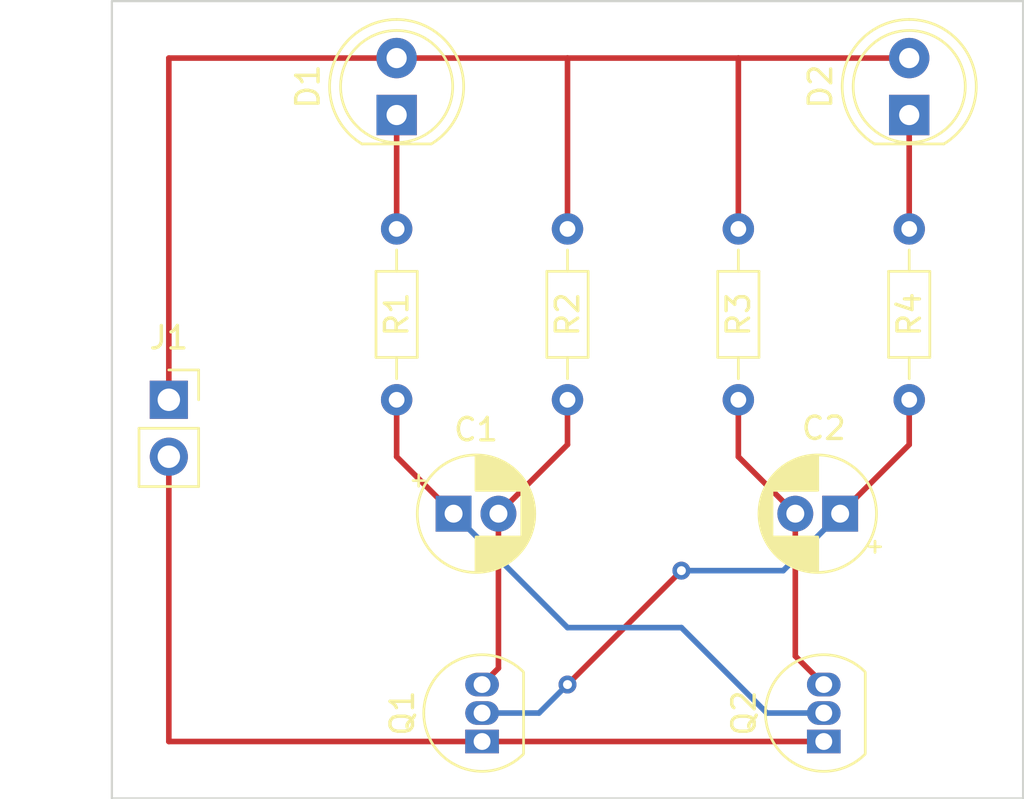
<source format=kicad_pcb>
(kicad_pcb (version 20221018) (generator pcbnew)
  (layers (0 "F.Cu" signal) (31 "B.Cu" signal) (34 "B.Paste" user) (35 "F.Paste" user) (36 "B.SilkS" user "B.Silkscreen") (37 "F.SilkS" user "F.Silkscreen") (38 "B.Mask" user) (39 "F.Mask" user) (44 "Edge.Cuts" user))
  (net 0 "")
  (net 1 "Net-(Q2-C)")
  (net 2 "Net-(Q1-B)")
  (net 3 "Net-(Q1-C)")
  (net 4 "Net-(Q2-B)")
  (net 5 "Net-(D1-K)")
  (net 6 "VCC")
  (net 7 "Net-(D2-K)")
  (net 8 "GND")
  (footprint "Resistor_THT:R_Axial_DIN0204_L3.6mm_D1.6mm_P7.62mm_Horizontal" (layer "F.Cu") (at 160.02 93.98 -90)
    (fp_text reference "R4" (at 3.81 0 90) (layer "F.SilkS"))
    (fp_text value "R")
    (fp_line (start 0.94 0) (end 1.89 0) (stroke (width 0.12)) (layer "F.SilkS"))
    (fp_line (start 1.89 -0.92) (end 1.89 0.92) (stroke (width 0.12)) (layer "F.SilkS"))
    (fp_line (start 1.89 0.92) (end 5.73 0.92) (stroke (width 0.12)) (layer "F.SilkS"))
    (fp_line (start 5.73 -0.92) (end 1.89 -0.92) (stroke (width 0.12)) (layer "F.SilkS"))
    (fp_line (start 5.73 0.92) (end 5.73 -0.92) (stroke (width 0.12)) (layer "F.SilkS"))
    (fp_line (start 6.68 0) (end 5.73 0) (stroke (width 0.12)) (layer "F.SilkS"))
    (pad "1" thru_hole circle (at 0 0 270) (size 1.4 1.4) (drill 0.7) (layers "*.Cu" "*.Mask") (net 7 "Net-(D2-K)"))
    (pad "2" thru_hole oval (at 7.62 0 270) (size 1.4 1.4) (drill 0.7) (layers "*.Cu" "*.Mask") (net 3 "Net-(Q1-C)"))
  )
  (footprint "Capacitor_THT:CP_Radial_D5.0mm_P2.00mm" (layer "F.Cu") (at 156.94 106.68 180)
    (fp_text reference "C2" (at 0.73 3.81) (layer "F.SilkS"))
    (fp_text value "C")
    (fp_line (start -1.804775 -1.475) (end -1.304775 -1.475) (stroke (width 0.12)) (layer "F.SilkS"))
    (fp_line (start -1.554775 -1.725) (end -1.554775 -1.225) (stroke (width 0.12)) (layer "F.SilkS"))
    (fp_line (start 1 -2.58) (end 1 -1.04) (stroke (width 0.12)) (layer "F.SilkS"))
    (fp_line (start 1 1.04) (end 1 2.58) (stroke (width 0.12)) (layer "F.SilkS"))
    (fp_line (start 1.04 -2.58) (end 1.04 -1.04) (stroke (width 0.12)) (layer "F.SilkS"))
    (fp_line (start 1.04 1.04) (end 1.04 2.58) (stroke (width 0.12)) (layer "F.SilkS"))
    (fp_line (start 1.08 -2.579) (end 1.08 -1.04) (stroke (width 0.12)) (layer "F.SilkS"))
    (fp_line (start 1.08 1.04) (end 1.08 2.579) (stroke (width 0.12)) (layer "F.SilkS"))
    (fp_line (start 1.12 -2.578) (end 1.12 -1.04) (stroke (width 0.12)) (layer "F.SilkS"))
    (fp_line (start 1.12 1.04) (end 1.12 2.578) (stroke (width 0.12)) (layer "F.SilkS"))
    (fp_line (start 1.16 -2.576) (end 1.16 -1.04) (stroke (width 0.12)) (layer "F.SilkS"))
    (fp_line (start 1.16 1.04) (end 1.16 2.576) (stroke (width 0.12)) (layer "F.SilkS"))
    (fp_line (start 1.2 -2.573) (end 1.2 -1.04) (stroke (width 0.12)) (layer "F.SilkS"))
    (fp_line (start 1.2 1.04) (end 1.2 2.573) (stroke (width 0.12)) (layer "F.SilkS"))
    (fp_line (start 1.24 -2.569) (end 1.24 -1.04) (stroke (width 0.12)) (layer "F.SilkS"))
    (fp_line (start 1.24 1.04) (end 1.24 2.569) (stroke (width 0.12)) (layer "F.SilkS"))
    (fp_line (start 1.28 -2.565) (end 1.28 -1.04) (stroke (width 0.12)) (layer "F.SilkS"))
    (fp_line (start 1.28 1.04) (end 1.28 2.565) (stroke (width 0.12)) (layer "F.SilkS"))
    (fp_line (start 1.32 -2.561) (end 1.32 -1.04) (stroke (width 0.12)) (layer "F.SilkS"))
    (fp_line (start 1.32 1.04) (end 1.32 2.561) (stroke (width 0.12)) (layer "F.SilkS"))
    (fp_line (start 1.36 -2.556) (end 1.36 -1.04) (stroke (width 0.12)) (layer "F.SilkS"))
    (fp_line (start 1.36 1.04) (end 1.36 2.556) (stroke (width 0.12)) (layer "F.SilkS"))
    (fp_line (start 1.4 -2.55) (end 1.4 -1.04) (stroke (width 0.12)) (layer "F.SilkS"))
    (fp_line (start 1.4 1.04) (end 1.4 2.55) (stroke (width 0.12)) (layer "F.SilkS"))
    (fp_line (start 1.44 -2.543) (end 1.44 -1.04) (stroke (width 0.12)) (layer "F.SilkS"))
    (fp_line (start 1.44 1.04) (end 1.44 2.543) (stroke (width 0.12)) (layer "F.SilkS"))
    (fp_line (start 1.48 -2.536) (end 1.48 -1.04) (stroke (width 0.12)) (layer "F.SilkS"))
    (fp_line (start 1.48 1.04) (end 1.48 2.536) (stroke (width 0.12)) (layer "F.SilkS"))
    (fp_line (start 1.52 -2.528) (end 1.52 -1.04) (stroke (width 0.12)) (layer "F.SilkS"))
    (fp_line (start 1.52 1.04) (end 1.52 2.528) (stroke (width 0.12)) (layer "F.SilkS"))
    (fp_line (start 1.56 -2.52) (end 1.56 -1.04) (stroke (width 0.12)) (layer "F.SilkS"))
    (fp_line (start 1.56 1.04) (end 1.56 2.52) (stroke (width 0.12)) (layer "F.SilkS"))
    (fp_line (start 1.6 -2.511) (end 1.6 -1.04) (stroke (width 0.12)) (layer "F.SilkS"))
    (fp_line (start 1.6 1.04) (end 1.6 2.511) (stroke (width 0.12)) (layer "F.SilkS"))
    (fp_line (start 1.64 -2.501) (end 1.64 -1.04) (stroke (width 0.12)) (layer "F.SilkS"))
    (fp_line (start 1.64 1.04) (end 1.64 2.501) (stroke (width 0.12)) (layer "F.SilkS"))
    (fp_line (start 1.68 -2.491) (end 1.68 -1.04) (stroke (width 0.12)) (layer "F.SilkS"))
    (fp_line (start 1.68 1.04) (end 1.68 2.491) (stroke (width 0.12)) (layer "F.SilkS"))
    (fp_line (start 1.721 -2.48) (end 1.721 -1.04) (stroke (width 0.12)) (layer "F.SilkS"))
    (fp_line (start 1.721 1.04) (end 1.721 2.48) (stroke (width 0.12)) (layer "F.SilkS"))
    (fp_line (start 1.761 -2.468) (end 1.761 -1.04) (stroke (width 0.12)) (layer "F.SilkS"))
    (fp_line (start 1.761 1.04) (end 1.761 2.468) (stroke (width 0.12)) (layer "F.SilkS"))
    (fp_line (start 1.801 -2.455) (end 1.801 -1.04) (stroke (width 0.12)) (layer "F.SilkS"))
    (fp_line (start 1.801 1.04) (end 1.801 2.455) (stroke (width 0.12)) (layer "F.SilkS"))
    (fp_line (start 1.841 -2.442) (end 1.841 -1.04) (stroke (width 0.12)) (layer "F.SilkS"))
    (fp_line (start 1.841 1.04) (end 1.841 2.442) (stroke (width 0.12)) (layer "F.SilkS"))
    (fp_line (start 1.881 -2.428) (end 1.881 -1.04) (stroke (width 0.12)) (layer "F.SilkS"))
    (fp_line (start 1.881 1.04) (end 1.881 2.428) (stroke (width 0.12)) (layer "F.SilkS"))
    (fp_line (start 1.921 -2.414) (end 1.921 -1.04) (stroke (width 0.12)) (layer "F.SilkS"))
    (fp_line (start 1.921 1.04) (end 1.921 2.414) (stroke (width 0.12)) (layer "F.SilkS"))
    (fp_line (start 1.961 -2.398) (end 1.961 -1.04) (stroke (width 0.12)) (layer "F.SilkS"))
    (fp_line (start 1.961 1.04) (end 1.961 2.398) (stroke (width 0.12)) (layer "F.SilkS"))
    (fp_line (start 2.001 -2.382) (end 2.001 -1.04) (stroke (width 0.12)) (layer "F.SilkS"))
    (fp_line (start 2.001 1.04) (end 2.001 2.382) (stroke (width 0.12)) (layer "F.SilkS"))
    (fp_line (start 2.041 -2.365) (end 2.041 -1.04) (stroke (width 0.12)) (layer "F.SilkS"))
    (fp_line (start 2.041 1.04) (end 2.041 2.365) (stroke (width 0.12)) (layer "F.SilkS"))
    (fp_line (start 2.081 -2.348) (end 2.081 -1.04) (stroke (width 0.12)) (layer "F.SilkS"))
    (fp_line (start 2.081 1.04) (end 2.081 2.348) (stroke (width 0.12)) (layer "F.SilkS"))
    (fp_line (start 2.121 -2.329) (end 2.121 -1.04) (stroke (width 0.12)) (layer "F.SilkS"))
    (fp_line (start 2.121 1.04) (end 2.121 2.329) (stroke (width 0.12)) (layer "F.SilkS"))
    (fp_line (start 2.161 -2.31) (end 2.161 -1.04) (stroke (width 0.12)) (layer "F.SilkS"))
    (fp_line (start 2.161 1.04) (end 2.161 2.31) (stroke (width 0.12)) (layer "F.SilkS"))
    (fp_line (start 2.201 -2.29) (end 2.201 -1.04) (stroke (width 0.12)) (layer "F.SilkS"))
    (fp_line (start 2.201 1.04) (end 2.201 2.29) (stroke (width 0.12)) (layer "F.SilkS"))
    (fp_line (start 2.241 -2.268) (end 2.241 -1.04) (stroke (width 0.12)) (layer "F.SilkS"))
    (fp_line (start 2.241 1.04) (end 2.241 2.268) (stroke (width 0.12)) (layer "F.SilkS"))
    (fp_line (start 2.281 -2.247) (end 2.281 -1.04) (stroke (width 0.12)) (layer "F.SilkS"))
    (fp_line (start 2.281 1.04) (end 2.281 2.247) (stroke (width 0.12)) (layer "F.SilkS"))
    (fp_line (start 2.321 -2.224) (end 2.321 -1.04) (stroke (width 0.12)) (layer "F.SilkS"))
    (fp_line (start 2.321 1.04) (end 2.321 2.224) (stroke (width 0.12)) (layer "F.SilkS"))
    (fp_line (start 2.361 -2.2) (end 2.361 -1.04) (stroke (width 0.12)) (layer "F.SilkS"))
    (fp_line (start 2.361 1.04) (end 2.361 2.2) (stroke (width 0.12)) (layer "F.SilkS"))
    (fp_line (start 2.401 -2.175) (end 2.401 -1.04) (stroke (width 0.12)) (layer "F.SilkS"))
    (fp_line (start 2.401 1.04) (end 2.401 2.175) (stroke (width 0.12)) (layer "F.SilkS"))
    (fp_line (start 2.441 -2.149) (end 2.441 -1.04) (stroke (width 0.12)) (layer "F.SilkS"))
    (fp_line (start 2.441 1.04) (end 2.441 2.149) (stroke (width 0.12)) (layer "F.SilkS"))
    (fp_line (start 2.481 -2.122) (end 2.481 -1.04) (stroke (width 0.12)) (layer "F.SilkS"))
    (fp_line (start 2.481 1.04) (end 2.481 2.122) (stroke (width 0.12)) (layer "F.SilkS"))
    (fp_line (start 2.521 -2.095) (end 2.521 -1.04) (stroke (width 0.12)) (layer "F.SilkS"))
    (fp_line (start 2.521 1.04) (end 2.521 2.095) (stroke (width 0.12)) (layer "F.SilkS"))
    (fp_line (start 2.561 -2.065) (end 2.561 -1.04) (stroke (width 0.12)) (layer "F.SilkS"))
    (fp_line (start 2.561 1.04) (end 2.561 2.065) (stroke (width 0.12)) (layer "F.SilkS"))
    (fp_line (start 2.601 -2.035) (end 2.601 -1.04) (stroke (width 0.12)) (layer "F.SilkS"))
    (fp_line (start 2.601 1.04) (end 2.601 2.035) (stroke (width 0.12)) (layer "F.SilkS"))
    (fp_line (start 2.641 -2.004) (end 2.641 -1.04) (stroke (width 0.12)) (layer "F.SilkS"))
    (fp_line (start 2.641 1.04) (end 2.641 2.004) (stroke (width 0.12)) (layer "F.SilkS"))
    (fp_line (start 2.681 -1.971) (end 2.681 -1.04) (stroke (width 0.12)) (layer "F.SilkS"))
    (fp_line (start 2.681 1.04) (end 2.681 1.971) (stroke (width 0.12)) (layer "F.SilkS"))
    (fp_line (start 2.721 -1.937) (end 2.721 -1.04) (stroke (width 0.12)) (layer "F.SilkS"))
    (fp_line (start 2.721 1.04) (end 2.721 1.937) (stroke (width 0.12)) (layer "F.SilkS"))
    (fp_line (start 2.761 -1.901) (end 2.761 -1.04) (stroke (width 0.12)) (layer "F.SilkS"))
    (fp_line (start 2.761 1.04) (end 2.761 1.901) (stroke (width 0.12)) (layer "F.SilkS"))
    (fp_line (start 2.801 -1.864) (end 2.801 -1.04) (stroke (width 0.12)) (layer "F.SilkS"))
    (fp_line (start 2.801 1.04) (end 2.801 1.864) (stroke (width 0.12)) (layer "F.SilkS"))
    (fp_line (start 2.841 -1.826) (end 2.841 -1.04) (stroke (width 0.12)) (layer "F.SilkS"))
    (fp_line (start 2.841 1.04) (end 2.841 1.826) (stroke (width 0.12)) (layer "F.SilkS"))
    (fp_line (start 2.881 -1.785) (end 2.881 -1.04) (stroke (width 0.12)) (layer "F.SilkS"))
    (fp_line (start 2.881 1.04) (end 2.881 1.785) (stroke (width 0.12)) (layer "F.SilkS"))
    (fp_line (start 2.921 -1.743) (end 2.921 -1.04) (stroke (width 0.12)) (layer "F.SilkS"))
    (fp_line (start 2.921 1.04) (end 2.921 1.743) (stroke (width 0.12)) (layer "F.SilkS"))
    (fp_line (start 2.961 -1.699) (end 2.961 -1.04) (stroke (width 0.12)) (layer "F.SilkS"))
    (fp_line (start 2.961 1.04) (end 2.961 1.699) (stroke (width 0.12)) (layer "F.SilkS"))
    (fp_line (start 3.001 -1.653) (end 3.001 -1.04) (stroke (width 0.12)) (layer "F.SilkS"))
    (fp_line (start 3.001 1.04) (end 3.001 1.653) (stroke (width 0.12)) (layer "F.SilkS"))
    (fp_line (start 3.041 -1.605) (end 3.041 1.605) (stroke (width 0.12)) (layer "F.SilkS"))
    (fp_line (start 3.081 -1.554) (end 3.081 1.554) (stroke (width 0.12)) (layer "F.SilkS"))
    (fp_line (start 3.121 -1.5) (end 3.121 1.5) (stroke (width 0.12)) (layer "F.SilkS"))
    (fp_line (start 3.161 -1.443) (end 3.161 1.443) (stroke (width 0.12)) (layer "F.SilkS"))
    (fp_line (start 3.201 -1.383) (end 3.201 1.383) (stroke (width 0.12)) (layer "F.SilkS"))
    (fp_line (start 3.241 -1.319) (end 3.241 1.319) (stroke (width 0.12)) (layer "F.SilkS"))
    (fp_line (start 3.281 -1.251) (end 3.281 1.251) (stroke (width 0.12)) (layer "F.SilkS"))
    (fp_line (start 3.321 -1.178) (end 3.321 1.178) (stroke (width 0.12)) (layer "F.SilkS"))
    (fp_line (start 3.361 -1.098) (end 3.361 1.098) (stroke (width 0.12)) (layer "F.SilkS"))
    (fp_line (start 3.401 -1.011) (end 3.401 1.011) (stroke (width 0.12)) (layer "F.SilkS"))
    (fp_line (start 3.441 -0.915) (end 3.441 0.915) (stroke (width 0.12)) (layer "F.SilkS"))
    (fp_line (start 3.481 -0.805) (end 3.481 0.805) (stroke (width 0.12)) (layer "F.SilkS"))
    (fp_line (start 3.521 -0.677) (end 3.521 0.677) (stroke (width 0.12)) (layer "F.SilkS"))
    (fp_line (start 3.561 -0.518) (end 3.561 0.518) (stroke (width 0.12)) (layer "F.SilkS"))
    (fp_line (start 3.601 -0.284) (end 3.601 0.284) (stroke (width 0.12)) (layer "F.SilkS"))
    (fp_circle (center 1 0) (end 3.62 0) (stroke (width 0.12)) (fill none) (layer "F.SilkS"))
    (pad "1" thru_hole rect (at 0 0 180) (size 1.6 1.6) (drill 0.8) (layers "*.Cu" "*.Mask") (net 3 "Net-(Q1-C)"))
    (pad "2" thru_hole circle (at 2 0 180) (size 1.6 1.6) (drill 0.8) (layers "*.Cu" "*.Mask") (net 4 "Net-(Q2-B)"))
  )
  (footprint "Package_TO_SOT_THT:TO-92_Inline" (layer "F.Cu") (at 140.97 116.84 90)
    (fp_text reference "Q1" (at 1.27 -3.56 90) (layer "F.SilkS"))
    (fp_text value "2SC1815")
    (fp_line (start -0.53 1.85) (end 3.07 1.85) (stroke (width 0.12)) (layer "F.SilkS"))
    (fp_arc (start -0.568478 1.838478) (mid -1.132087 -0.994977) (end 1.27 -2.6) (stroke (width 0.12)) (layer "F.SilkS"))
    (fp_arc (start 1.27 -2.6) (mid 3.672087 -0.994977) (end 3.108478 1.838478) (stroke (width 0.12)) (layer "F.SilkS"))
    (pad "1" thru_hole rect (at 0 0 90) (size 1.05 1.5) (drill 0.75) (layers "*.Cu" "*.Mask") (net 8 "GND"))
    (pad "2" thru_hole oval (at 1.27 0 90) (size 1.05 1.5) (drill 0.75) (layers "*.Cu" "*.Mask") (net 3 "Net-(Q1-C)"))
    (pad "3" thru_hole oval (at 2.54 0 90) (size 1.05 1.5) (drill 0.75) (layers "*.Cu" "*.Mask") (net 2 "Net-(Q1-B)"))
  )
  (footprint "Resistor_THT:R_Axial_DIN0204_L3.6mm_D1.6mm_P7.62mm_Horizontal" (layer "F.Cu") (at 137.16 93.98 -90)
    (fp_text reference "R1" (at 3.81 0 90) (layer "F.SilkS"))
    (fp_text value "R")
    (fp_line (start 0.94 0) (end 1.89 0) (stroke (width 0.12)) (layer "F.SilkS"))
    (fp_line (start 1.89 -0.92) (end 1.89 0.92) (stroke (width 0.12)) (layer "F.SilkS"))
    (fp_line (start 1.89 0.92) (end 5.73 0.92) (stroke (width 0.12)) (layer "F.SilkS"))
    (fp_line (start 5.73 -0.92) (end 1.89 -0.92) (stroke (width 0.12)) (layer "F.SilkS"))
    (fp_line (start 5.73 0.92) (end 5.73 -0.92) (stroke (width 0.12)) (layer "F.SilkS"))
    (fp_line (start 6.68 0) (end 5.73 0) (stroke (width 0.12)) (layer "F.SilkS"))
    (pad "1" thru_hole circle (at 0 0 270) (size 1.4 1.4) (drill 0.7) (layers "*.Cu" "*.Mask") (net 5 "Net-(D1-K)"))
    (pad "2" thru_hole oval (at 7.62 0 270) (size 1.4 1.4) (drill 0.7) (layers "*.Cu" "*.Mask") (net 1 "Net-(Q2-C)"))
  )
  (footprint "Connector_PinSocket_2.54mm:PinSocket_1x02_P2.54mm_Vertical" (layer "F.Cu") (at 127 101.6)
    (fp_text reference "J1" (at 0 -2.77) (layer "F.SilkS"))
    (fp_text value "Conn_01x02_Socket")
    (fp_line (start -1.33 1.27) (end -1.33 3.87) (stroke (width 0.12)) (layer "F.SilkS"))
    (fp_line (start -1.33 1.27) (end 1.33 1.27) (stroke (width 0.12)) (layer "F.SilkS"))
    (fp_line (start -1.33 3.87) (end 1.33 3.87) (stroke (width 0.12)) (layer "F.SilkS"))
    (fp_line (start 0 -1.33) (end 1.33 -1.33) (stroke (width 0.12)) (layer "F.SilkS"))
    (fp_line (start 1.33 -1.33) (end 1.33 0) (stroke (width 0.12)) (layer "F.SilkS"))
    (fp_line (start 1.33 1.27) (end 1.33 3.87) (stroke (width 0.12)) (layer "F.SilkS"))
    (pad "1" thru_hole rect (at 0 0) (size 1.7 1.7) (drill 1) (layers "*.Cu" "*.Mask") (net 6 "VCC"))
    (pad "2" thru_hole oval (at 0 2.54) (size 1.7 1.7) (drill 1) (layers "*.Cu" "*.Mask") (net 8 "GND"))
  )
  (footprint "LED_THT:LED_D5.0mm" (layer "F.Cu") (at 160.02 88.9 90)
    (fp_text reference "D2" (at 1.27 -3.96 90) (layer "F.SilkS"))
    (fp_text value "LED")
    (fp_line (start -1.29 -1.545) (end -1.29 1.545) (stroke (width 0.12)) (layer "F.SilkS"))
    (fp_arc (start -1.29 -1.54483) (mid 2.072002 -2.880433) (end 4.26 0.000462) (stroke (width 0.12)) (layer "F.SilkS"))
    (fp_arc (start 4.26 -0.000462) (mid 2.072002 2.880433) (end -1.29 1.54483) (stroke (width 0.12)) (layer "F.SilkS"))
    (fp_circle (center 1.27 0) (end 3.77 0) (stroke (width 0.12)) (fill none) (layer "F.SilkS"))
    (pad "1" thru_hole rect (at 0 0 90) (size 1.8 1.8) (drill 0.9) (layers "*.Cu" "*.Mask") (net 7 "Net-(D2-K)"))
    (pad "2" thru_hole circle (at 2.54 0 90) (size 1.8 1.8) (drill 0.9) (layers "*.Cu" "*.Mask") (net 6 "VCC"))
  )
  (footprint "Resistor_THT:R_Axial_DIN0204_L3.6mm_D1.6mm_P7.62mm_Horizontal" (layer "F.Cu") (at 144.78 93.98 -90)
    (fp_text reference "R2" (at 3.81 0 90) (layer "F.SilkS"))
    (fp_text value "R")
    (fp_line (start 0.94 0) (end 1.89 0) (stroke (width 0.12)) (layer "F.SilkS"))
    (fp_line (start 1.89 -0.92) (end 1.89 0.92) (stroke (width 0.12)) (layer "F.SilkS"))
    (fp_line (start 1.89 0.92) (end 5.73 0.92) (stroke (width 0.12)) (layer "F.SilkS"))
    (fp_line (start 5.73 -0.92) (end 1.89 -0.92) (stroke (width 0.12)) (layer "F.SilkS"))
    (fp_line (start 5.73 0.92) (end 5.73 -0.92) (stroke (width 0.12)) (layer "F.SilkS"))
    (fp_line (start 6.68 0) (end 5.73 0) (stroke (width 0.12)) (layer "F.SilkS"))
    (pad "1" thru_hole circle (at 0 0 270) (size 1.4 1.4) (drill 0.7) (layers "*.Cu" "*.Mask") (net 6 "VCC"))
    (pad "2" thru_hole oval (at 7.62 0 270) (size 1.4 1.4) (drill 0.7) (layers "*.Cu" "*.Mask") (net 2 "Net-(Q1-B)"))
  )
  (footprint "Capacitor_THT:CP_Radial_D5.0mm_P2.00mm" (layer "F.Cu") (at 139.7 106.68)
    (fp_text reference "C1" (at 1 -3.75) (layer "F.SilkS"))
    (fp_text value "C")
    (fp_line (start -1.804775 -1.475) (end -1.304775 -1.475) (stroke (width 0.12)) (layer "F.SilkS"))
    (fp_line (start -1.554775 -1.725) (end -1.554775 -1.225) (stroke (width 0.12)) (layer "F.SilkS"))
    (fp_line (start 1 -2.58) (end 1 -1.04) (stroke (width 0.12)) (layer "F.SilkS"))
    (fp_line (start 1 1.04) (end 1 2.58) (stroke (width 0.12)) (layer "F.SilkS"))
    (fp_line (start 1.04 -2.58) (end 1.04 -1.04) (stroke (width 0.12)) (layer "F.SilkS"))
    (fp_line (start 1.04 1.04) (end 1.04 2.58) (stroke (width 0.12)) (layer "F.SilkS"))
    (fp_line (start 1.08 -2.579) (end 1.08 -1.04) (stroke (width 0.12)) (layer "F.SilkS"))
    (fp_line (start 1.08 1.04) (end 1.08 2.579) (stroke (width 0.12)) (layer "F.SilkS"))
    (fp_line (start 1.12 -2.578) (end 1.12 -1.04) (stroke (width 0.12)) (layer "F.SilkS"))
    (fp_line (start 1.12 1.04) (end 1.12 2.578) (stroke (width 0.12)) (layer "F.SilkS"))
    (fp_line (start 1.16 -2.576) (end 1.16 -1.04) (stroke (width 0.12)) (layer "F.SilkS"))
    (fp_line (start 1.16 1.04) (end 1.16 2.576) (stroke (width 0.12)) (layer "F.SilkS"))
    (fp_line (start 1.2 -2.573) (end 1.2 -1.04) (stroke (width 0.12)) (layer "F.SilkS"))
    (fp_line (start 1.2 1.04) (end 1.2 2.573) (stroke (width 0.12)) (layer "F.SilkS"))
    (fp_line (start 1.24 -2.569) (end 1.24 -1.04) (stroke (width 0.12)) (layer "F.SilkS"))
    (fp_line (start 1.24 1.04) (end 1.24 2.569) (stroke (width 0.12)) (layer "F.SilkS"))
    (fp_line (start 1.28 -2.565) (end 1.28 -1.04) (stroke (width 0.12)) (layer "F.SilkS"))
    (fp_line (start 1.28 1.04) (end 1.28 2.565) (stroke (width 0.12)) (layer "F.SilkS"))
    (fp_line (start 1.32 -2.561) (end 1.32 -1.04) (stroke (width 0.12)) (layer "F.SilkS"))
    (fp_line (start 1.32 1.04) (end 1.32 2.561) (stroke (width 0.12)) (layer "F.SilkS"))
    (fp_line (start 1.36 -2.556) (end 1.36 -1.04) (stroke (width 0.12)) (layer "F.SilkS"))
    (fp_line (start 1.36 1.04) (end 1.36 2.556) (stroke (width 0.12)) (layer "F.SilkS"))
    (fp_line (start 1.4 -2.55) (end 1.4 -1.04) (stroke (width 0.12)) (layer "F.SilkS"))
    (fp_line (start 1.4 1.04) (end 1.4 2.55) (stroke (width 0.12)) (layer "F.SilkS"))
    (fp_line (start 1.44 -2.543) (end 1.44 -1.04) (stroke (width 0.12)) (layer "F.SilkS"))
    (fp_line (start 1.44 1.04) (end 1.44 2.543) (stroke (width 0.12)) (layer "F.SilkS"))
    (fp_line (start 1.48 -2.536) (end 1.48 -1.04) (stroke (width 0.12)) (layer "F.SilkS"))
    (fp_line (start 1.48 1.04) (end 1.48 2.536) (stroke (width 0.12)) (layer "F.SilkS"))
    (fp_line (start 1.52 -2.528) (end 1.52 -1.04) (stroke (width 0.12)) (layer "F.SilkS"))
    (fp_line (start 1.52 1.04) (end 1.52 2.528) (stroke (width 0.12)) (layer "F.SilkS"))
    (fp_line (start 1.56 -2.52) (end 1.56 -1.04) (stroke (width 0.12)) (layer "F.SilkS"))
    (fp_line (start 1.56 1.04) (end 1.56 2.52) (stroke (width 0.12)) (layer "F.SilkS"))
    (fp_line (start 1.6 -2.511) (end 1.6 -1.04) (stroke (width 0.12)) (layer "F.SilkS"))
    (fp_line (start 1.6 1.04) (end 1.6 2.511) (stroke (width 0.12)) (layer "F.SilkS"))
    (fp_line (start 1.64 -2.501) (end 1.64 -1.04) (stroke (width 0.12)) (layer "F.SilkS"))
    (fp_line (start 1.64 1.04) (end 1.64 2.501) (stroke (width 0.12)) (layer "F.SilkS"))
    (fp_line (start 1.68 -2.491) (end 1.68 -1.04) (stroke (width 0.12)) (layer "F.SilkS"))
    (fp_line (start 1.68 1.04) (end 1.68 2.491) (stroke (width 0.12)) (layer "F.SilkS"))
    (fp_line (start 1.721 -2.48) (end 1.721 -1.04) (stroke (width 0.12)) (layer "F.SilkS"))
    (fp_line (start 1.721 1.04) (end 1.721 2.48) (stroke (width 0.12)) (layer "F.SilkS"))
    (fp_line (start 1.761 -2.468) (end 1.761 -1.04) (stroke (width 0.12)) (layer "F.SilkS"))
    (fp_line (start 1.761 1.04) (end 1.761 2.468) (stroke (width 0.12)) (layer "F.SilkS"))
    (fp_line (start 1.801 -2.455) (end 1.801 -1.04) (stroke (width 0.12)) (layer "F.SilkS"))
    (fp_line (start 1.801 1.04) (end 1.801 2.455) (stroke (width 0.12)) (layer "F.SilkS"))
    (fp_line (start 1.841 -2.442) (end 1.841 -1.04) (stroke (width 0.12)) (layer "F.SilkS"))
    (fp_line (start 1.841 1.04) (end 1.841 2.442) (stroke (width 0.12)) (layer "F.SilkS"))
    (fp_line (start 1.881 -2.428) (end 1.881 -1.04) (stroke (width 0.12)) (layer "F.SilkS"))
    (fp_line (start 1.881 1.04) (end 1.881 2.428) (stroke (width 0.12)) (layer "F.SilkS"))
    (fp_line (start 1.921 -2.414) (end 1.921 -1.04) (stroke (width 0.12)) (layer "F.SilkS"))
    (fp_line (start 1.921 1.04) (end 1.921 2.414) (stroke (width 0.12)) (layer "F.SilkS"))
    (fp_line (start 1.961 -2.398) (end 1.961 -1.04) (stroke (width 0.12)) (layer "F.SilkS"))
    (fp_line (start 1.961 1.04) (end 1.961 2.398) (stroke (width 0.12)) (layer "F.SilkS"))
    (fp_line (start 2.001 -2.382) (end 2.001 -1.04) (stroke (width 0.12)) (layer "F.SilkS"))
    (fp_line (start 2.001 1.04) (end 2.001 2.382) (stroke (width 0.12)) (layer "F.SilkS"))
    (fp_line (start 2.041 -2.365) (end 2.041 -1.04) (stroke (width 0.12)) (layer "F.SilkS"))
    (fp_line (start 2.041 1.04) (end 2.041 2.365) (stroke (width 0.12)) (layer "F.SilkS"))
    (fp_line (start 2.081 -2.348) (end 2.081 -1.04) (stroke (width 0.12)) (layer "F.SilkS"))
    (fp_line (start 2.081 1.04) (end 2.081 2.348) (stroke (width 0.12)) (layer "F.SilkS"))
    (fp_line (start 2.121 -2.329) (end 2.121 -1.04) (stroke (width 0.12)) (layer "F.SilkS"))
    (fp_line (start 2.121 1.04) (end 2.121 2.329) (stroke (width 0.12)) (layer "F.SilkS"))
    (fp_line (start 2.161 -2.31) (end 2.161 -1.04) (stroke (width 0.12)) (layer "F.SilkS"))
    (fp_line (start 2.161 1.04) (end 2.161 2.31) (stroke (width 0.12)) (layer "F.SilkS"))
    (fp_line (start 2.201 -2.29) (end 2.201 -1.04) (stroke (width 0.12)) (layer "F.SilkS"))
    (fp_line (start 2.201 1.04) (end 2.201 2.29) (stroke (width 0.12)) (layer "F.SilkS"))
    (fp_line (start 2.241 -2.268) (end 2.241 -1.04) (stroke (width 0.12)) (layer "F.SilkS"))
    (fp_line (start 2.241 1.04) (end 2.241 2.268) (stroke (width 0.12)) (layer "F.SilkS"))
    (fp_line (start 2.281 -2.247) (end 2.281 -1.04) (stroke (width 0.12)) (layer "F.SilkS"))
    (fp_line (start 2.281 1.04) (end 2.281 2.247) (stroke (width 0.12)) (layer "F.SilkS"))
    (fp_line (start 2.321 -2.224) (end 2.321 -1.04) (stroke (width 0.12)) (layer "F.SilkS"))
    (fp_line (start 2.321 1.04) (end 2.321 2.224) (stroke (width 0.12)) (layer "F.SilkS"))
    (fp_line (start 2.361 -2.2) (end 2.361 -1.04) (stroke (width 0.12)) (layer "F.SilkS"))
    (fp_line (start 2.361 1.04) (end 2.361 2.2) (stroke (width 0.12)) (layer "F.SilkS"))
    (fp_line (start 2.401 -2.175) (end 2.401 -1.04) (stroke (width 0.12)) (layer "F.SilkS"))
    (fp_line (start 2.401 1.04) (end 2.401 2.175) (stroke (width 0.12)) (layer "F.SilkS"))
    (fp_line (start 2.441 -2.149) (end 2.441 -1.04) (stroke (width 0.12)) (layer "F.SilkS"))
    (fp_line (start 2.441 1.04) (end 2.441 2.149) (stroke (width 0.12)) (layer "F.SilkS"))
    (fp_line (start 2.481 -2.122) (end 2.481 -1.04) (stroke (width 0.12)) (layer "F.SilkS"))
    (fp_line (start 2.481 1.04) (end 2.481 2.122) (stroke (width 0.12)) (layer "F.SilkS"))
    (fp_line (start 2.521 -2.095) (end 2.521 -1.04) (stroke (width 0.12)) (layer "F.SilkS"))
    (fp_line (start 2.521 1.04) (end 2.521 2.095) (stroke (width 0.12)) (layer "F.SilkS"))
    (fp_line (start 2.561 -2.065) (end 2.561 -1.04) (stroke (width 0.12)) (layer "F.SilkS"))
    (fp_line (start 2.561 1.04) (end 2.561 2.065) (stroke (width 0.12)) (layer "F.SilkS"))
    (fp_line (start 2.601 -2.035) (end 2.601 -1.04) (stroke (width 0.12)) (layer "F.SilkS"))
    (fp_line (start 2.601 1.04) (end 2.601 2.035) (stroke (width 0.12)) (layer "F.SilkS"))
    (fp_line (start 2.641 -2.004) (end 2.641 -1.04) (stroke (width 0.12)) (layer "F.SilkS"))
    (fp_line (start 2.641 1.04) (end 2.641 2.004) (stroke (width 0.12)) (layer "F.SilkS"))
    (fp_line (start 2.681 -1.971) (end 2.681 -1.04) (stroke (width 0.12)) (layer "F.SilkS"))
    (fp_line (start 2.681 1.04) (end 2.681 1.971) (stroke (width 0.12)) (layer "F.SilkS"))
    (fp_line (start 2.721 -1.937) (end 2.721 -1.04) (stroke (width 0.12)) (layer "F.SilkS"))
    (fp_line (start 2.721 1.04) (end 2.721 1.937) (stroke (width 0.12)) (layer "F.SilkS"))
    (fp_line (start 2.761 -1.901) (end 2.761 -1.04) (stroke (width 0.12)) (layer "F.SilkS"))
    (fp_line (start 2.761 1.04) (end 2.761 1.901) (stroke (width 0.12)) (layer "F.SilkS"))
    (fp_line (start 2.801 -1.864) (end 2.801 -1.04) (stroke (width 0.12)) (layer "F.SilkS"))
    (fp_line (start 2.801 1.04) (end 2.801 1.864) (stroke (width 0.12)) (layer "F.SilkS"))
    (fp_line (start 2.841 -1.826) (end 2.841 -1.04) (stroke (width 0.12)) (layer "F.SilkS"))
    (fp_line (start 2.841 1.04) (end 2.841 1.826) (stroke (width 0.12)) (layer "F.SilkS"))
    (fp_line (start 2.881 -1.785) (end 2.881 -1.04) (stroke (width 0.12)) (layer "F.SilkS"))
    (fp_line (start 2.881 1.04) (end 2.881 1.785) (stroke (width 0.12)) (layer "F.SilkS"))
    (fp_line (start 2.921 -1.743) (end 2.921 -1.04) (stroke (width 0.12)) (layer "F.SilkS"))
    (fp_line (start 2.921 1.04) (end 2.921 1.743) (stroke (width 0.12)) (layer "F.SilkS"))
    (fp_line (start 2.961 -1.699) (end 2.961 -1.04) (stroke (width 0.12)) (layer "F.SilkS"))
    (fp_line (start 2.961 1.04) (end 2.961 1.699) (stroke (width 0.12)) (layer "F.SilkS"))
    (fp_line (start 3.001 -1.653) (end 3.001 -1.04) (stroke (width 0.12)) (layer "F.SilkS"))
    (fp_line (start 3.001 1.04) (end 3.001 1.653) (stroke (width 0.12)) (layer "F.SilkS"))
    (fp_line (start 3.041 -1.605) (end 3.041 1.605) (stroke (width 0.12)) (layer "F.SilkS"))
    (fp_line (start 3.081 -1.554) (end 3.081 1.554) (stroke (width 0.12)) (layer "F.SilkS"))
    (fp_line (start 3.121 -1.5) (end 3.121 1.5) (stroke (width 0.12)) (layer "F.SilkS"))
    (fp_line (start 3.161 -1.443) (end 3.161 1.443) (stroke (width 0.12)) (layer "F.SilkS"))
    (fp_line (start 3.201 -1.383) (end 3.201 1.383) (stroke (width 0.12)) (layer "F.SilkS"))
    (fp_line (start 3.241 -1.319) (end 3.241 1.319) (stroke (width 0.12)) (layer "F.SilkS"))
    (fp_line (start 3.281 -1.251) (end 3.281 1.251) (stroke (width 0.12)) (layer "F.SilkS"))
    (fp_line (start 3.321 -1.178) (end 3.321 1.178) (stroke (width 0.12)) (layer "F.SilkS"))
    (fp_line (start 3.361 -1.098) (end 3.361 1.098) (stroke (width 0.12)) (layer "F.SilkS"))
    (fp_line (start 3.401 -1.011) (end 3.401 1.011) (stroke (width 0.12)) (layer "F.SilkS"))
    (fp_line (start 3.441 -0.915) (end 3.441 0.915) (stroke (width 0.12)) (layer "F.SilkS"))
    (fp_line (start 3.481 -0.805) (end 3.481 0.805) (stroke (width 0.12)) (layer "F.SilkS"))
    (fp_line (start 3.521 -0.677) (end 3.521 0.677) (stroke (width 0.12)) (layer "F.SilkS"))
    (fp_line (start 3.561 -0.518) (end 3.561 0.518) (stroke (width 0.12)) (layer "F.SilkS"))
    (fp_line (start 3.601 -0.284) (end 3.601 0.284) (stroke (width 0.12)) (layer "F.SilkS"))
    (fp_circle (center 1 0) (end 3.62 0) (stroke (width 0.12)) (fill none) (layer "F.SilkS"))
    (pad "1" thru_hole rect (at 0 0) (size 1.6 1.6) (drill 0.8) (layers "*.Cu" "*.Mask") (net 1 "Net-(Q2-C)"))
    (pad "2" thru_hole circle (at 2 0) (size 1.6 1.6) (drill 0.8) (layers "*.Cu" "*.Mask") (net 2 "Net-(Q1-B)"))
  )
  (footprint "Resistor_THT:R_Axial_DIN0204_L3.6mm_D1.6mm_P7.62mm_Horizontal" (layer "F.Cu") (at 152.4 93.98 -90)
    (fp_text reference "R3" (at 3.81 0 90) (layer "F.SilkS"))
    (fp_text value "R")
    (fp_line (start 0.94 0) (end 1.89 0) (stroke (width 0.12)) (layer "F.SilkS"))
    (fp_line (start 1.89 -0.92) (end 1.89 0.92) (stroke (width 0.12)) (layer "F.SilkS"))
    (fp_line (start 1.89 0.92) (end 5.73 0.92) (stroke (width 0.12)) (layer "F.SilkS"))
    (fp_line (start 5.73 -0.92) (end 1.89 -0.92) (stroke (width 0.12)) (layer "F.SilkS"))
    (fp_line (start 5.73 0.92) (end 5.73 -0.92) (stroke (width 0.12)) (layer "F.SilkS"))
    (fp_line (start 6.68 0) (end 5.73 0) (stroke (width 0.12)) (layer "F.SilkS"))
    (pad "1" thru_hole circle (at 0 0 270) (size 1.4 1.4) (drill 0.7) (layers "*.Cu" "*.Mask") (net 6 "VCC"))
    (pad "2" thru_hole oval (at 7.62 0 270) (size 1.4 1.4) (drill 0.7) (layers "*.Cu" "*.Mask") (net 4 "Net-(Q2-B)"))
  )
  (footprint "Package_TO_SOT_THT:TO-92_Inline" (layer "F.Cu") (at 156.21 116.84 90)
    (fp_text reference "Q2" (at 1.27 -3.56 90) (layer "F.SilkS"))
    (fp_text value "2SC1815")
    (fp_line (start -0.53 1.85) (end 3.07 1.85) (stroke (width 0.12)) (layer "F.SilkS"))
    (fp_arc (start -0.568478 1.838478) (mid -1.132087 -0.994977) (end 1.27 -2.6) (stroke (width 0.12)) (layer "F.SilkS"))
    (fp_arc (start 1.27 -2.6) (mid 3.672087 -0.994977) (end 3.108478 1.838478) (stroke (width 0.12)) (layer "F.SilkS"))
    (pad "1" thru_hole rect (at 0 0 90) (size 1.05 1.5) (drill 0.75) (layers "*.Cu" "*.Mask") (net 8 "GND"))
    (pad "2" thru_hole oval (at 1.27 0 90) (size 1.05 1.5) (drill 0.75) (layers "*.Cu" "*.Mask") (net 1 "Net-(Q2-C)"))
    (pad "3" thru_hole oval (at 2.54 0 90) (size 1.05 1.5) (drill 0.75) (layers "*.Cu" "*.Mask") (net 4 "Net-(Q2-B)"))
  )
  (footprint "LED_THT:LED_D5.0mm" (layer "F.Cu") (at 137.16 88.9 90)
    (fp_text reference "D1" (at 1.27 -3.96 90) (layer "F.SilkS"))
    (fp_text value "LED")
    (fp_line (start -1.29 -1.545) (end -1.29 1.545) (stroke (width 0.12)) (layer "F.SilkS"))
    (fp_arc (start -1.29 -1.54483) (mid 2.072002 -2.880433) (end 4.26 0.000462) (stroke (width 0.12)) (layer "F.SilkS"))
    (fp_arc (start 4.26 -0.000462) (mid 2.072002 2.880433) (end -1.29 1.54483) (stroke (width 0.12)) (layer "F.SilkS"))
    (fp_circle (center 1.27 0) (end 3.77 0) (stroke (width 0.12)) (fill none) (layer "F.SilkS"))
    (pad "1" thru_hole rect (at 0 0 90) (size 1.8 1.8) (drill 0.9) (layers "*.Cu" "*.Mask") (net 5 "Net-(D1-K)"))
    (pad "2" thru_hole circle (at 2.54 0 90) (size 1.8 1.8) (drill 0.9) (layers "*.Cu" "*.Mask") (net 6 "VCC"))
  )
  (gr_poly (pts (xy 124.46 83.82) (xy 124.46 119.38) (xy 165.1 119.38) (xy 165.1 83.82)) (stroke (width 0.1)) (fill none) (layer "Edge.Cuts"))
  (segment (start 137.16 101.6) (end 137.16 104.14) (width 0.25) (layer "F.Cu") (net 1))
  (segment (start 137.16 104.14) (end 139.7 106.68) (width 0.25) (layer "F.Cu") (net 1))
  (segment (start 149.86 111.76) (end 153.67 115.57) (width 0.25) (layer "B.Cu") (net 1))
  (segment (start 144.78 111.76) (end 149.86 111.76) (width 0.25) (layer "B.Cu") (net 1))
  (segment (start 153.67 115.57) (end 156.21 115.57) (width 0.25) (layer "B.Cu") (net 1))
  (segment (start 139.7 106.68) (end 144.78 111.76) (width 0.25) (layer "B.Cu") (net 1))
  (segment (start 141.7 106.68) (end 141.7 113.57) (width 0.25) (layer "F.Cu") (net 2))
  (segment (start 144.78 101.6) (end 144.78 103.6) (width 0.25) (layer "F.Cu") (net 2))
  (segment (start 144.78 103.6) (end 141.7 106.68) (width 0.25) (layer "F.Cu") (net 2))
  (segment (start 141.7 113.57) (end 140.97 114.3) (width 0.25) (layer "F.Cu") (net 2))
  (segment (start 149.86 109.22) (end 144.78 114.3) (width 0.25) (layer "F.Cu") (net 3))
  (segment (start 160.02 101.6) (end 160.02 103.6) (width 0.25) (layer "F.Cu") (net 3))
  (segment (start 160.02 103.6) (end 156.94 106.68) (width 0.25) (layer "F.Cu") (net 3))
  (via (at 144.78 114.3) (size 0.8) (drill 0.4) (layers "F.Cu" "B.Cu") (net 3))
  (via (at 149.86 109.22) (size 0.8) (drill 0.4) (layers "F.Cu" "B.Cu") (net 3))
  (segment (start 143.51 115.57) (end 144.78 114.3) (width 0.25) (layer "B.Cu") (net 3))
  (segment (start 154.4 109.22) (end 149.86 109.22) (width 0.25) (layer "B.Cu") (net 3))
  (segment (start 156.94 106.68) (end 154.4 109.22) (width 0.25) (layer "B.Cu") (net 3))
  (segment (start 140.97 115.57) (end 143.51 115.57) (width 0.25) (layer "B.Cu") (net 3))
  (segment (start 152.4 104.14) (end 154.94 106.68) (width 0.25) (layer "F.Cu") (net 4))
  (segment (start 152.4 101.6) (end 152.4 104.14) (width 0.25) (layer "F.Cu") (net 4))
  (segment (start 154.94 113.03) (end 154.94 106.68) (width 0.25) (layer "F.Cu") (net 4))
  (segment (start 156.21 114.3) (end 154.94 113.03) (width 0.25) (layer "F.Cu") (net 4))
  (segment (start 137.16 93.98) (end 137.16 88.9) (width 0.25) (layer "F.Cu") (net 5))
  (segment (start 127 86.36) (end 144.78 86.36) (width 0.25) (layer "F.Cu") (net 6))
  (segment (start 152.4 93.98) (end 152.4 86.36) (width 0.25) (layer "F.Cu") (net 6))
  (segment (start 127 101.6) (end 127 86.36) (width 0.25) (layer "F.Cu") (net 6))
  (segment (start 152.4 86.36) (end 160.02 86.36) (width 0.25) (layer "F.Cu") (net 6))
  (segment (start 144.78 86.36) (end 152.4 86.36) (width 0.25) (layer "F.Cu") (net 6))
  (segment (start 144.78 93.98) (end 144.78 86.36) (width 0.25) (layer "F.Cu") (net 6))
  (segment (start 160.02 93.98) (end 160.02 88.9) (width 0.25) (layer "F.Cu") (net 7))
  (segment (start 140.97 116.84) (end 156.21 116.84) (width 0.25) (layer "F.Cu") (net 8))
  (segment (start 127 116.84) (end 127 104.14) (width 0.25) (layer "F.Cu") (net 8))
  (segment (start 140.97 116.84) (end 127 116.84) (width 0.25) (layer "F.Cu") (net 8))
)
</source>
